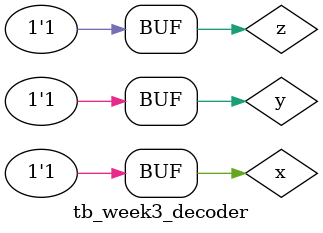
<source format=v>
`timescale 1ns / 1ps


module tb_week3_decoder();
reg x,y,z;
wire[7:0] D;
week3_decoder u(.x(x), .y(y), .z(z), .D(D));

initial begin
    {x,y,z}=3'b000; #10
    {x,y,z}=3'b001;#10
    {x,y,z}=3'b010;#10
    {x,y,z}=3'b011;#10
    {x,y,z}=3'b100;#10
    {x,y,z}=3'b101;#10
    {x,y,z}=3'b110;#10
    {x,y,z}=3'b111;
end
endmodule

</source>
